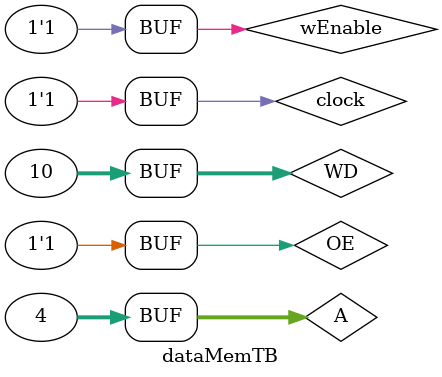
<source format=sv>
module dataMemTB();
	logic [31:0] A, WD;
	logic OE, wEnable, clock;
	logic [31:0] RD;

	dataMem uut(A, WD, OE, wEnable, clock, RD);
	
	initial begin
	
	A=32'b0;
	WD=32'b10;
	OE=1'b0;
	wEnable=1'b1;
	clock=1'b0;#100;
	clock=1'b1;#100;
	
	OE=1'b1;
	clock=1'b0;#100;
	clock=1'b1;#100;
	
	A=32'b100;
	WD=32'b100;
	OE=1'b0;
	wEnable=1'b1;
	clock=1'b0;#100;
	clock=1'b1;#100;
	
	OE=1'b1;
	wEnable=1'b0;
	clock=1'b0;#100;
	clock=1'b1;#100;
	
	A=32'b1000;
	WD=32'b1000;
	OE=1'b1;
	wEnable=1'b1;
	clock=1'b0;#100;
	clock=1'b1;#100;
	
	A=32'b0;
	WD=32'b1001;
	OE=1'b1;
	wEnable=1'b1;
	clock=1'b0;#100;
	clock=1'b1;#100;
	
	A=32'b100;
	WD=32'b1010;
	OE=1'b1;
	wEnable=1'b0;
	clock=1'b0;#100;
	clock=1'b1;#100;
	
	OE=1'b1;
	wEnable=1'b1;
	clock=1'b0;#100;
	clock=1'b1;#100;

	end

endmodule
</source>
